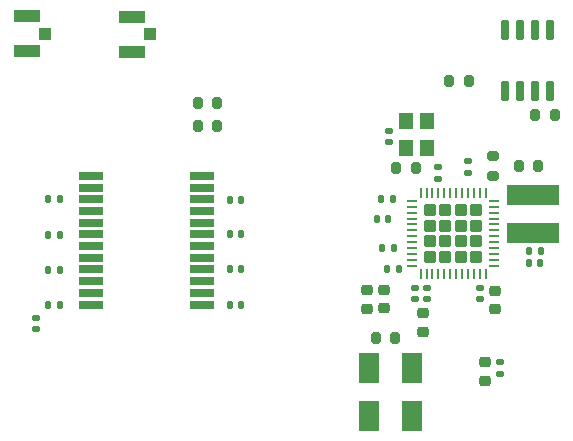
<source format=gbr>
%TF.GenerationSoftware,KiCad,Pcbnew,(6.0.9)*%
%TF.CreationDate,2023-02-18T18:04:46+01:00*%
%TF.ProjectId,pallas-ethernet-adapter,70616c6c-6173-42d6-9574-6865726e6574,rev?*%
%TF.SameCoordinates,Original*%
%TF.FileFunction,Paste,Top*%
%TF.FilePolarity,Positive*%
%FSLAX46Y46*%
G04 Gerber Fmt 4.6, Leading zero omitted, Abs format (unit mm)*
G04 Created by KiCad (PCBNEW (6.0.9)) date 2023-02-18 18:04:46*
%MOMM*%
%LPD*%
G01*
G04 APERTURE LIST*
G04 Aperture macros list*
%AMRoundRect*
0 Rectangle with rounded corners*
0 $1 Rounding radius*
0 $2 $3 $4 $5 $6 $7 $8 $9 X,Y pos of 4 corners*
0 Add a 4 corners polygon primitive as box body*
4,1,4,$2,$3,$4,$5,$6,$7,$8,$9,$2,$3,0*
0 Add four circle primitives for the rounded corners*
1,1,$1+$1,$2,$3*
1,1,$1+$1,$4,$5*
1,1,$1+$1,$6,$7*
1,1,$1+$1,$8,$9*
0 Add four rect primitives between the rounded corners*
20,1,$1+$1,$2,$3,$4,$5,0*
20,1,$1+$1,$4,$5,$6,$7,0*
20,1,$1+$1,$6,$7,$8,$9,0*
20,1,$1+$1,$8,$9,$2,$3,0*%
G04 Aperture macros list end*
%ADD10RoundRect,0.140000X-0.170000X0.140000X-0.170000X-0.140000X0.170000X-0.140000X0.170000X0.140000X0*%
%ADD11RoundRect,0.150000X0.150000X-0.725000X0.150000X0.725000X-0.150000X0.725000X-0.150000X-0.725000X0*%
%ADD12R,4.500000X1.750000*%
%ADD13RoundRect,0.140000X0.170000X-0.140000X0.170000X0.140000X-0.170000X0.140000X-0.170000X-0.140000X0*%
%ADD14RoundRect,0.135000X0.135000X0.185000X-0.135000X0.185000X-0.135000X-0.185000X0.135000X-0.185000X0*%
%ADD15RoundRect,0.200000X0.200000X0.275000X-0.200000X0.275000X-0.200000X-0.275000X0.200000X-0.275000X0*%
%ADD16R,1.800000X2.500000*%
%ADD17RoundRect,0.218750X0.256250X-0.218750X0.256250X0.218750X-0.256250X0.218750X-0.256250X-0.218750X0*%
%ADD18RoundRect,0.140000X-0.140000X-0.170000X0.140000X-0.170000X0.140000X0.170000X-0.140000X0.170000X0*%
%ADD19RoundRect,0.250000X-0.285000X-0.285000X0.285000X-0.285000X0.285000X0.285000X-0.285000X0.285000X0*%
%ADD20RoundRect,0.062500X-0.337500X-0.062500X0.337500X-0.062500X0.337500X0.062500X-0.337500X0.062500X0*%
%ADD21RoundRect,0.062500X-0.062500X-0.337500X0.062500X-0.337500X0.062500X0.337500X-0.062500X0.337500X0*%
%ADD22RoundRect,0.200000X0.275000X-0.200000X0.275000X0.200000X-0.275000X0.200000X-0.275000X-0.200000X0*%
%ADD23RoundRect,0.200000X-0.200000X-0.275000X0.200000X-0.275000X0.200000X0.275000X-0.200000X0.275000X0*%
%ADD24R,1.200000X1.350000*%
%ADD25R,2.030000X0.640000*%
%ADD26R,1.050000X1.000000*%
%ADD27R,2.200000X1.050000*%
%ADD28RoundRect,0.225000X-0.250000X0.225000X-0.250000X-0.225000X0.250000X-0.225000X0.250000X0.225000X0*%
%ADD29RoundRect,0.140000X0.140000X0.170000X-0.140000X0.170000X-0.140000X-0.170000X0.140000X-0.170000X0*%
G04 APERTURE END LIST*
D10*
%TO.C,C22*%
X5275000Y39075000D03*
X5275000Y38115000D03*
%TD*%
D11*
%TO.C,U2*%
X15060000Y42410000D03*
X16330000Y42410000D03*
X17600000Y42410000D03*
X18870000Y42410000D03*
X18870000Y47560000D03*
X17600000Y47560000D03*
X16330000Y47560000D03*
X15060000Y47560000D03*
%TD*%
D12*
%TO.C,L5*%
X17475000Y30400000D03*
X17475000Y33650000D03*
%TD*%
D13*
%TO.C,C17*%
X9375000Y34995000D03*
X9375000Y35955000D03*
%TD*%
D14*
%TO.C,R24*%
X-22584400Y27305300D03*
X-23604400Y27305300D03*
%TD*%
D15*
%TO.C,R12*%
X-9310000Y39485000D03*
X-10960000Y39485000D03*
%TD*%
D16*
%TO.C,D2*%
X3515000Y18935000D03*
X3515000Y14935000D03*
%TD*%
D10*
%TO.C,C30*%
X7425000Y25755000D03*
X7425000Y24795000D03*
%TD*%
D14*
%TO.C,R25*%
X-22589400Y24335300D03*
X-23609400Y24335300D03*
%TD*%
D17*
%TO.C,L2*%
X3365000Y23997500D03*
X3365000Y25572500D03*
%TD*%
D18*
%TO.C,C3*%
X17115000Y27890000D03*
X18075000Y27890000D03*
%TD*%
D17*
%TO.C,L6*%
X8165000Y22037500D03*
X8165000Y23612500D03*
%TD*%
D19*
%TO.C,U1*%
X11335000Y29715000D03*
X8695000Y31035000D03*
X10015000Y31035000D03*
X11335000Y31035000D03*
X8695000Y32355000D03*
X10015000Y28395000D03*
X8695000Y28395000D03*
X12655000Y29715000D03*
X10015000Y32355000D03*
X10015000Y29715000D03*
X12655000Y28395000D03*
X11335000Y28395000D03*
X12655000Y32355000D03*
X11335000Y32355000D03*
X12655000Y31035000D03*
X8695000Y29715000D03*
D20*
X7225000Y33125000D03*
X7225000Y32625000D03*
X7225000Y32125000D03*
X7225000Y31625000D03*
X7225000Y31125000D03*
X7225000Y30625000D03*
X7225000Y30125000D03*
X7225000Y29625000D03*
X7225000Y29125000D03*
X7225000Y28625000D03*
X7225000Y28125000D03*
X7225000Y27625000D03*
D21*
X7925000Y26925000D03*
X8425000Y26925000D03*
X8925000Y26925000D03*
X9425000Y26925000D03*
X9925000Y26925000D03*
X10425000Y26925000D03*
X10925000Y26925000D03*
X11425000Y26925000D03*
X11925000Y26925000D03*
X12425000Y26925000D03*
X12925000Y26925000D03*
X13425000Y26925000D03*
D20*
X14125000Y27625000D03*
X14125000Y28125000D03*
X14125000Y28625000D03*
X14125000Y29125000D03*
X14125000Y29625000D03*
X14125000Y30125000D03*
X14125000Y30625000D03*
X14125000Y31125000D03*
X14125000Y31625000D03*
X14125000Y32125000D03*
X14125000Y32625000D03*
X14125000Y33125000D03*
D21*
X13425000Y33825000D03*
X12925000Y33825000D03*
X12425000Y33825000D03*
X11925000Y33825000D03*
X11425000Y33825000D03*
X10925000Y33825000D03*
X10425000Y33825000D03*
X9925000Y33825000D03*
X9425000Y33825000D03*
X8925000Y33825000D03*
X8425000Y33825000D03*
X7925000Y33825000D03*
%TD*%
D22*
%TO.C,R19*%
X14065000Y35260000D03*
X14065000Y36910000D03*
%TD*%
D10*
%TO.C,C4*%
X12925000Y25755000D03*
X12925000Y24795000D03*
%TD*%
D14*
%TO.C,R22*%
X-22574400Y33245300D03*
X-23594400Y33245300D03*
%TD*%
D17*
%TO.C,L1*%
X14225000Y23937500D03*
X14225000Y25512500D03*
%TD*%
D23*
%TO.C,R15*%
X10340000Y43285000D03*
X11990000Y43285000D03*
%TD*%
%TO.C,R6*%
X4140000Y21485000D03*
X5790000Y21485000D03*
%TD*%
D24*
%TO.C,X1*%
X6725000Y39850000D03*
X6725000Y37600000D03*
X8425000Y37600000D03*
X8425000Y39850000D03*
%TD*%
D25*
%TO.C,TR1*%
X-10616000Y24346700D03*
X-10616000Y25337300D03*
X-10616000Y26327900D03*
X-10616000Y27318500D03*
X-10616000Y28309100D03*
X-10616000Y29299700D03*
X-10616000Y30290300D03*
X-10616000Y31280900D03*
X-10616000Y32271500D03*
X-10616000Y33262100D03*
X-10616000Y34252700D03*
X-10616000Y35243300D03*
X-20014000Y35243300D03*
X-20014000Y34252700D03*
X-20014000Y33262100D03*
X-20014000Y32271500D03*
X-20014000Y31280900D03*
X-20014000Y30290300D03*
X-20014000Y29299700D03*
X-20014000Y28309100D03*
X-20014000Y27318500D03*
X-20014000Y26327900D03*
X-20014000Y25337300D03*
X-20014000Y24346700D03*
%TD*%
D18*
%TO.C,C27*%
X-8245000Y30295000D03*
X-7285000Y30295000D03*
%TD*%
D26*
%TO.C,J4*%
X-14985000Y47235000D03*
D27*
X-16510000Y48710000D03*
X-16510000Y45760000D03*
%TD*%
D23*
%TO.C,R3*%
X5865000Y35910000D03*
X7515000Y35910000D03*
%TD*%
D18*
%TO.C,C28*%
X-8224400Y33235300D03*
X-7264400Y33235300D03*
%TD*%
D16*
%TO.C,D1*%
X7165000Y18935000D03*
X7165000Y14935000D03*
%TD*%
D15*
%TO.C,R11*%
X-9310000Y41385000D03*
X-10960000Y41385000D03*
%TD*%
%TO.C,R5*%
X19290000Y40385000D03*
X17640000Y40385000D03*
%TD*%
D14*
%TO.C,R23*%
X-22569400Y30275300D03*
X-23589400Y30275300D03*
%TD*%
D28*
%TO.C,C24*%
X13365000Y19460000D03*
X13365000Y17910000D03*
%TD*%
D18*
%TO.C,C26*%
X-8245000Y27315000D03*
X-7285000Y27315000D03*
%TD*%
D15*
%TO.C,R26*%
X17890000Y36085000D03*
X16240000Y36085000D03*
%TD*%
D29*
%TO.C,C14*%
X5645000Y29125000D03*
X4685000Y29125000D03*
%TD*%
D10*
%TO.C,C16*%
X8425000Y25755000D03*
X8425000Y24795000D03*
%TD*%
D17*
%TO.C,L4*%
X4865000Y24037500D03*
X4865000Y25612500D03*
%TD*%
D13*
%TO.C,C32*%
X11915000Y35505000D03*
X11915000Y36465000D03*
%TD*%
D29*
%TO.C,C7*%
X6055000Y27375000D03*
X5095000Y27375000D03*
%TD*%
D18*
%TO.C,C25*%
X-8245000Y24345000D03*
X-7285000Y24345000D03*
%TD*%
D29*
%TO.C,C5*%
X5545000Y33285000D03*
X4585000Y33285000D03*
%TD*%
%TO.C,C12*%
X5195000Y31625000D03*
X4235000Y31625000D03*
%TD*%
D26*
%TO.C,J3*%
X-23905000Y47285000D03*
D27*
X-25430000Y45810000D03*
X-25430000Y48760000D03*
%TD*%
D10*
%TO.C,C29*%
X-24615000Y23225000D03*
X-24615000Y22265000D03*
%TD*%
%TO.C,C23*%
X14665000Y19465000D03*
X14665000Y18505000D03*
%TD*%
D18*
%TO.C,C6*%
X17135000Y28900000D03*
X18095000Y28900000D03*
%TD*%
M02*

</source>
